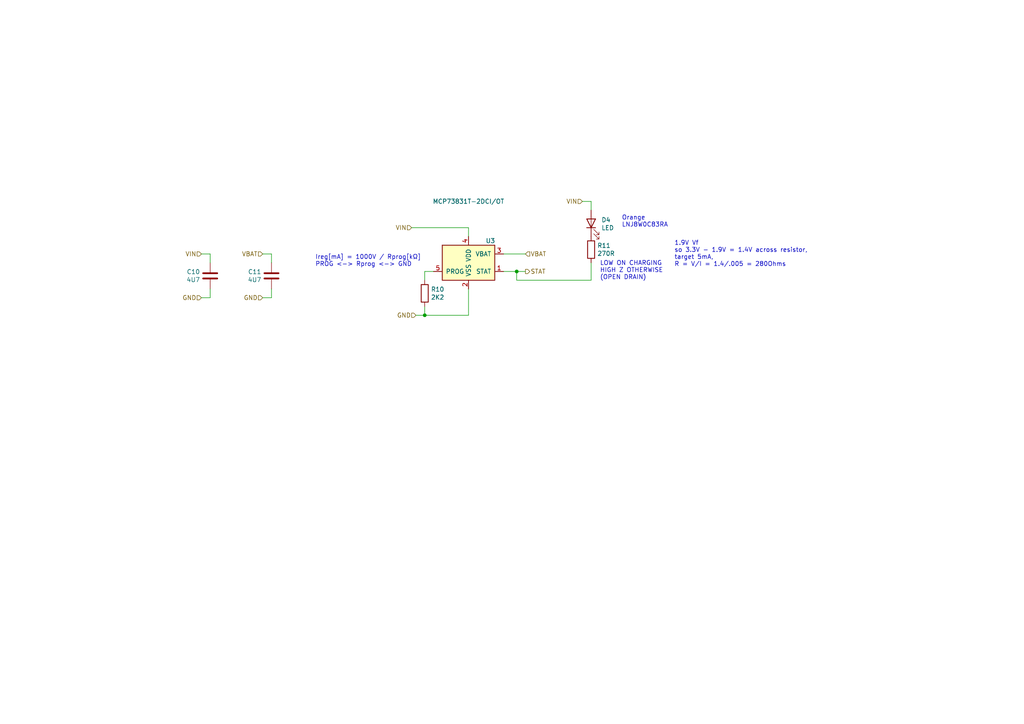
<source format=kicad_sch>
(kicad_sch (version 20211123) (generator eeschema)
  (paper "A4")
  (lib_symbols
    (symbol "Battery_Management:MCP73831-2-OT" (pin_names (offset 1.016))
      (property "Reference" "U" (at -7.62 6.35 0))
      (property "Value" "MCP73831-2-OT" (at 1.27 6.35 0))
      (symbol "MCP73831-2-OT_0_1"
        (rectangle (start -7.62 5.08) (end 7.62 -5.08) (stroke (width 0.254)) (fill (type background)))
      )
      (symbol "MCP73831-2-OT_1_1"
        (pin output line (at 10.16 -2.54 180) (length 2.54) (name "STAT") (number "1"))
        (pin power_in line (at 0 -7.62 90) (length 2.54) (name "VSS") (number "2"))
        (pin power_out line (at 10.16 2.54 180) (length 2.54) (name "VBAT") (number "3"))
        (pin power_in line (at 0 7.62 270) (length 2.54) (name "VDD") (number "4"))
        (pin input line (at -10.16 -2.54 0) (length 2.54) (name "PROG") (number "5"))
      )
    )
    (symbol "Device:C" (pin_numbers hide) (pin_names (offset 0.254))
      (property "Reference" "C" (at 0.635 2.54 0))
      (property "Value" "C" (at 0.635 -2.54 0))
      (symbol "C_0_1"
        (polyline (pts (xy -2.032 -0.762) (xy 2.032 -0.762)) (stroke (width 0.508)))
        (polyline (pts (xy -2.032 0.762) (xy 2.032 0.762)) (stroke (width 0.508)))
      )
      (symbol "C_1_1"
        (pin passive line (at 0 3.81 270) (length 2.794) (name "~") (number "1"))
        (pin passive line (at 0 -3.81 90) (length 2.794) (name "~") (number "2"))
      )
    )
    (symbol "Device:LED" (pin_numbers hide) (pin_names (offset 1.016) hide)
      (property "Reference" "D" (at 0 2.54 0))
      (property "Value" "LED" (at 0 -2.54 0))
      (symbol "LED_0_1"
        (polyline (pts (xy -1.27 -1.27) (xy -1.27 1.27)) (stroke (width 0.254)))
        (polyline (pts (xy -1.27 0) (xy 1.27 0)))
        (polyline (pts (xy 1.27 -1.27) (xy 1.27 1.27) (xy -1.27 0) (xy 1.27 -1.27)) (stroke (width 0.254)))
        (polyline (pts (xy -3.048 -0.762) (xy -4.572 -2.286) (xy -3.81 -2.286) (xy -4.572 -2.286) (xy -4.572 -1.524)))
        (polyline (pts (xy -1.778 -0.762) (xy -3.302 -2.286) (xy -2.54 -2.286) (xy -3.302 -2.286) (xy -3.302 -1.524)))
      )
      (symbol "LED_1_1"
        (pin passive line (at -3.81 0 0) (length 2.54) (name "K") (number "1"))
        (pin passive line (at 3.81 0 180) (length 2.54) (name "A") (number "2"))
      )
    )
    (symbol "Device:R" (pin_numbers hide) (pin_names (offset 0))
      (property "Reference" "R" (at 2.032 0 90))
      (property "Value" "R" (at 0 0 90))
      (symbol "R_0_1"
        (rectangle (start -1.016 -2.54) (end 1.016 2.54) (stroke (width 0.254)))
      )
      (symbol "R_1_1"
        (pin passive line (at 0 3.81 270) (length 1.27) (name "~") (number "1"))
        (pin passive line (at 0 -3.81 90) (length 1.27) (name "~") (number "2"))
      )
    )
  )
  (junction (at 149.86 78.74))
  (junction (at 123.19 91.44))
  (wire (pts (xy 125.73 78.74) (xy 123.19 78.74)))
  (wire (pts (xy 78.74 83.82) (xy 78.74 86.36)))
  (wire (pts (xy 152.4 73.66) (xy 146.05 73.66)))
  (wire (pts (xy 78.74 73.66) (xy 78.74 76.2)))
  (wire (pts (xy 123.19 91.44) (xy 135.89 91.44)))
  (wire (pts (xy 119.38 66.04) (xy 135.89 66.04)))
  (wire (pts (xy 76.2 73.66) (xy 78.74 73.66)))
  (wire (pts (xy 78.74 86.36) (xy 76.2 86.36)))
  (wire (pts (xy 168.91 58.42) (xy 171.45 58.42)))
  (wire (pts (xy 60.96 86.36) (xy 58.42 86.36)))
  (wire (pts (xy 120.65 91.44) (xy 123.19 91.44)))
  (wire (pts (xy 123.19 91.44) (xy 123.19 88.9)))
  (wire (pts (xy 60.96 83.82) (xy 60.96 86.36)))
  (wire (pts (xy 58.42 73.66) (xy 60.96 73.66)))
  (wire (pts (xy 152.4 78.74) (xy 149.86 78.74)))
  (wire (pts (xy 135.89 66.04) (xy 135.89 68.58)))
  (wire (pts (xy 149.86 78.74) (xy 149.86 81.28)))
  (wire (pts (xy 123.19 78.74) (xy 123.19 81.28)))
  (wire (pts (xy 149.86 78.74) (xy 146.05 78.74)))
  (wire (pts (xy 171.45 58.42) (xy 171.45 60.96)))
  (wire (pts (xy 135.89 91.44) (xy 135.89 83.82)))
  (wire (pts (xy 171.45 76.2) (xy 171.45 81.28)))
  (wire (pts (xy 60.96 73.66) (xy 60.96 76.2)))
  (wire (pts (xy 149.86 81.28) (xy 171.45 81.28)))
  (text "Orange\nLNJ8W0C83RA" (at 180.34 66.04 0) (effects (font (size 1.27 1.27)) (justify left bottom)))
  (text "1.9V Vf\nso 3.3V - 1.9V = 1.4V across resistor, \ntarget 5mA, \nR = V/I = 1.4/.005 = 280Ohms" (at 195.58 77.47 0) (effects (font (size 1.27 1.27)) (justify left bottom)))
  (text "LOW ON CHARGING\nHIGH Z OTHERWISE \n(OPEN DRAIN)" (at 173.99 81.28 0) (effects (font (size 1.27 1.27)) (justify left bottom)))
  (text "Ireg[mA] = 1000V / Rprog[kΩ]\nPROG <-> Rprog <-> GND" (at 91.44 77.47 0) (effects (font (size 1.27 1.27)) (justify left bottom)))
  (hierarchical_label "VIN" (shape input) (at 119.38 66.04 180))
  (hierarchical_label "VIN" (shape input) (at 168.91 58.42 180))
  (hierarchical_label "VIN" (shape input) (at 58.42 73.66 180))
  (hierarchical_label "STAT" (shape output) (at 152.4 78.74 0))
  (hierarchical_label "GND" (shape input) (at 120.65 91.44 180))
  (hierarchical_label "GND" (shape input) (at 58.42 86.36 180))
  (hierarchical_label "VBAT" (shape input) (at 152.4 73.66 0))
  (hierarchical_label "VBAT" (shape input) (at 76.2 73.66 180))
  (hierarchical_label "GND" (shape input) (at 76.2 86.36 180))
  (symbol (lib_id "Battery_Management:MCP73831-2-OT") (at 135.89 76.2 0) (unit 1)
    (property "Reference" "U3" (at 142.24 69.85 0))
    (property "Value" "MCP73831T-2DCI/OT" (at 135.89 58.42 0))
    (property "Footprint" "Package_TO_SOT_SMD:SOT-23-5" (effects hide))
    (property "Datasheet" "http://ww1.microchip.com/downloads/en/DeviceDoc/20001984g.pdf" (effects hide))
  )
  (symbol (lib_id "Device:R") (at 123.19 85.09 0) (unit 1)
    (property "Reference" "R10" (at 124.968 83.9216 0) (effects (justify left)))
    (property "Value" "2K2" (at 124.968 86.233 0) (effects (justify left)))
    (property "Footprint" "Resistor_SMD:R_0603_1608Metric" (effects hide))
  )
  (symbol (lib_id "Device:LED") (at 171.45 64.77 90) (unit 1)
    (property "Reference" "D4" (at 174.4218 63.7794 90) (effects (justify right)))
    (property "Value" "LED" (at 174.4218 66.0908 90) (effects (justify right)))
    (property "Footprint" "LED_SMD:LED_0603_1608Metric" (effects hide))
  )
  (symbol (lib_id "Device:R") (at 171.45 72.39 0) (unit 1)
    (property "Reference" "R11" (at 173.228 71.2216 0) (effects (justify left)))
    (property "Value" "270R" (at 173.228 73.533 0) (effects (justify left)))
    (property "Footprint" "Resistor_SMD:R_0603_1608Metric" (effects hide))
  )
  (symbol (lib_id "Device:C") (at 78.74 80.01 0) (mirror y) (unit 1)
    (property "Reference" "C11" (at 75.819 78.8416 0) (effects (justify left)))
    (property "Value" "4U7" (at 75.819 81.153 0) (effects (justify left)))
    (property "Footprint" "Capacitor_SMD:C_0603_1608Metric" (effects hide))
  )
  (symbol (lib_id "Device:C") (at 60.96 80.01 0) (mirror x) (unit 1)
    (property "Reference" "C10" (at 58.039 78.8416 0) (effects (justify right)))
    (property "Value" "4U7" (at 58.039 81.153 0) (effects (justify right)))
    (property "Footprint" "Capacitor_SMD:C_0603_1608Metric" (effects hide))
  )
)
</source>
